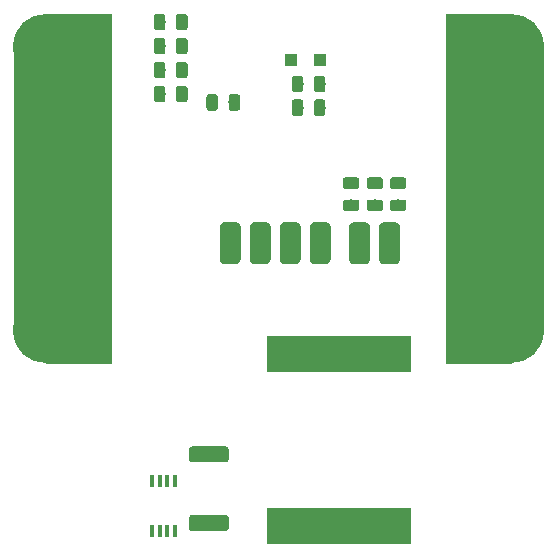
<source format=gbr>
G04 #@! TF.GenerationSoftware,KiCad,Pcbnew,(5.1.4)-1*
G04 #@! TF.CreationDate,2020-06-09T22:28:14-07:00*
G04 #@! TF.ProjectId,SkateLightMainBoard,536b6174-654c-4696-9768-744d61696e42,rev?*
G04 #@! TF.SameCoordinates,Original*
G04 #@! TF.FileFunction,Paste,Bot*
G04 #@! TF.FilePolarity,Positive*
%FSLAX46Y46*%
G04 Gerber Fmt 4.6, Leading zero omitted, Abs format (unit mm)*
G04 Created by KiCad (PCBNEW (5.1.4)-1) date 2020-06-09 22:28:14*
%MOMM*%
%LPD*%
G04 APERTURE LIST*
%ADD10C,5.588000*%
%ADD11R,5.588000X29.591000*%
%ADD12R,2.794000X24.003000*%
%ADD13R,12.192000X3.022600*%
%ADD14R,0.400000X1.100000*%
%ADD15C,0.100000*%
%ADD16C,1.350000*%
%ADD17C,0.975000*%
%ADD18R,1.000000X1.000000*%
%ADD19C,1.778000*%
G04 APERTURE END LIST*
D10*
X19685000Y10160000D03*
X19685000Y-13843000D03*
D11*
X16954500Y-1841500D03*
D12*
X21082000Y-1841500D03*
D10*
X-19685000Y-13843000D03*
X-19685000Y10160000D03*
D11*
X-16954500Y-1841500D03*
D12*
X-21082000Y-1841500D03*
D13*
X5080000Y-30391100D03*
X5080000Y-15836900D03*
D14*
X-10731140Y-30849460D03*
X-10081140Y-30849460D03*
X-9431140Y-30849460D03*
X-8781140Y-30849460D03*
X-8781140Y-26549460D03*
X-9431140Y-26549460D03*
X-10081140Y-26549460D03*
X-10731140Y-26549460D03*
D15*
G36*
X-4476315Y-29468384D02*
G01*
X-4452047Y-29471984D01*
X-4428248Y-29477945D01*
X-4405149Y-29486210D01*
X-4382970Y-29496700D01*
X-4361927Y-29509312D01*
X-4342221Y-29523927D01*
X-4324043Y-29540403D01*
X-4307567Y-29558581D01*
X-4292952Y-29578287D01*
X-4280340Y-29599330D01*
X-4269850Y-29621509D01*
X-4261585Y-29644608D01*
X-4255624Y-29668407D01*
X-4252024Y-29692675D01*
X-4250820Y-29717179D01*
X-4250820Y-30567181D01*
X-4252024Y-30591685D01*
X-4255624Y-30615953D01*
X-4261585Y-30639752D01*
X-4269850Y-30662851D01*
X-4280340Y-30685030D01*
X-4292952Y-30706073D01*
X-4307567Y-30725779D01*
X-4324043Y-30743957D01*
X-4342221Y-30760433D01*
X-4361927Y-30775048D01*
X-4382970Y-30787660D01*
X-4405149Y-30798150D01*
X-4428248Y-30806415D01*
X-4452047Y-30812376D01*
X-4476315Y-30815976D01*
X-4500819Y-30817180D01*
X-7350821Y-30817180D01*
X-7375325Y-30815976D01*
X-7399593Y-30812376D01*
X-7423392Y-30806415D01*
X-7446491Y-30798150D01*
X-7468670Y-30787660D01*
X-7489713Y-30775048D01*
X-7509419Y-30760433D01*
X-7527597Y-30743957D01*
X-7544073Y-30725779D01*
X-7558688Y-30706073D01*
X-7571300Y-30685030D01*
X-7581790Y-30662851D01*
X-7590055Y-30639752D01*
X-7596016Y-30615953D01*
X-7599616Y-30591685D01*
X-7600820Y-30567181D01*
X-7600820Y-29717179D01*
X-7599616Y-29692675D01*
X-7596016Y-29668407D01*
X-7590055Y-29644608D01*
X-7581790Y-29621509D01*
X-7571300Y-29599330D01*
X-7558688Y-29578287D01*
X-7544073Y-29558581D01*
X-7527597Y-29540403D01*
X-7509419Y-29523927D01*
X-7489713Y-29509312D01*
X-7468670Y-29496700D01*
X-7446491Y-29486210D01*
X-7423392Y-29477945D01*
X-7399593Y-29471984D01*
X-7375325Y-29468384D01*
X-7350821Y-29467180D01*
X-4500819Y-29467180D01*
X-4476315Y-29468384D01*
X-4476315Y-29468384D01*
G37*
D16*
X-5925820Y-30142180D03*
D15*
G36*
X-4476315Y-23668384D02*
G01*
X-4452047Y-23671984D01*
X-4428248Y-23677945D01*
X-4405149Y-23686210D01*
X-4382970Y-23696700D01*
X-4361927Y-23709312D01*
X-4342221Y-23723927D01*
X-4324043Y-23740403D01*
X-4307567Y-23758581D01*
X-4292952Y-23778287D01*
X-4280340Y-23799330D01*
X-4269850Y-23821509D01*
X-4261585Y-23844608D01*
X-4255624Y-23868407D01*
X-4252024Y-23892675D01*
X-4250820Y-23917179D01*
X-4250820Y-24767181D01*
X-4252024Y-24791685D01*
X-4255624Y-24815953D01*
X-4261585Y-24839752D01*
X-4269850Y-24862851D01*
X-4280340Y-24885030D01*
X-4292952Y-24906073D01*
X-4307567Y-24925779D01*
X-4324043Y-24943957D01*
X-4342221Y-24960433D01*
X-4361927Y-24975048D01*
X-4382970Y-24987660D01*
X-4405149Y-24998150D01*
X-4428248Y-25006415D01*
X-4452047Y-25012376D01*
X-4476315Y-25015976D01*
X-4500819Y-25017180D01*
X-7350821Y-25017180D01*
X-7375325Y-25015976D01*
X-7399593Y-25012376D01*
X-7423392Y-25006415D01*
X-7446491Y-24998150D01*
X-7468670Y-24987660D01*
X-7489713Y-24975048D01*
X-7509419Y-24960433D01*
X-7527597Y-24943957D01*
X-7544073Y-24925779D01*
X-7558688Y-24906073D01*
X-7571300Y-24885030D01*
X-7581790Y-24862851D01*
X-7590055Y-24839752D01*
X-7596016Y-24815953D01*
X-7599616Y-24791685D01*
X-7600820Y-24767181D01*
X-7600820Y-23917179D01*
X-7599616Y-23892675D01*
X-7596016Y-23868407D01*
X-7590055Y-23844608D01*
X-7581790Y-23821509D01*
X-7571300Y-23799330D01*
X-7558688Y-23778287D01*
X-7544073Y-23758581D01*
X-7527597Y-23740403D01*
X-7509419Y-23723927D01*
X-7489713Y-23709312D01*
X-7468670Y-23696700D01*
X-7446491Y-23686210D01*
X-7423392Y-23677945D01*
X-7399593Y-23671984D01*
X-7375325Y-23668384D01*
X-7350821Y-23667180D01*
X-4500819Y-23667180D01*
X-4476315Y-23668384D01*
X-4476315Y-23668384D01*
G37*
D16*
X-5925820Y-24342180D03*
D15*
G36*
X-9813858Y8890326D02*
G01*
X-9790197Y8886816D01*
X-9766993Y8881004D01*
X-9744471Y8872946D01*
X-9722847Y8862718D01*
X-9702330Y8850421D01*
X-9683117Y8836171D01*
X-9665393Y8820107D01*
X-9649329Y8802383D01*
X-9635079Y8783170D01*
X-9622782Y8762653D01*
X-9612554Y8741029D01*
X-9604496Y8718507D01*
X-9598684Y8695303D01*
X-9595174Y8671642D01*
X-9594000Y8647750D01*
X-9594000Y7735250D01*
X-9595174Y7711358D01*
X-9598684Y7687697D01*
X-9604496Y7664493D01*
X-9612554Y7641971D01*
X-9622782Y7620347D01*
X-9635079Y7599830D01*
X-9649329Y7580617D01*
X-9665393Y7562893D01*
X-9683117Y7546829D01*
X-9702330Y7532579D01*
X-9722847Y7520282D01*
X-9744471Y7510054D01*
X-9766993Y7501996D01*
X-9790197Y7496184D01*
X-9813858Y7492674D01*
X-9837750Y7491500D01*
X-10325250Y7491500D01*
X-10349142Y7492674D01*
X-10372803Y7496184D01*
X-10396007Y7501996D01*
X-10418529Y7510054D01*
X-10440153Y7520282D01*
X-10460670Y7532579D01*
X-10479883Y7546829D01*
X-10497607Y7562893D01*
X-10513671Y7580617D01*
X-10527921Y7599830D01*
X-10540218Y7620347D01*
X-10550446Y7641971D01*
X-10558504Y7664493D01*
X-10564316Y7687697D01*
X-10567826Y7711358D01*
X-10569000Y7735250D01*
X-10569000Y8647750D01*
X-10567826Y8671642D01*
X-10564316Y8695303D01*
X-10558504Y8718507D01*
X-10550446Y8741029D01*
X-10540218Y8762653D01*
X-10527921Y8783170D01*
X-10513671Y8802383D01*
X-10497607Y8820107D01*
X-10479883Y8836171D01*
X-10460670Y8850421D01*
X-10440153Y8862718D01*
X-10418529Y8872946D01*
X-10396007Y8881004D01*
X-10372803Y8886816D01*
X-10349142Y8890326D01*
X-10325250Y8891500D01*
X-9837750Y8891500D01*
X-9813858Y8890326D01*
X-9813858Y8890326D01*
G37*
D17*
X-10081500Y8191500D03*
D15*
G36*
X-7938858Y8890326D02*
G01*
X-7915197Y8886816D01*
X-7891993Y8881004D01*
X-7869471Y8872946D01*
X-7847847Y8862718D01*
X-7827330Y8850421D01*
X-7808117Y8836171D01*
X-7790393Y8820107D01*
X-7774329Y8802383D01*
X-7760079Y8783170D01*
X-7747782Y8762653D01*
X-7737554Y8741029D01*
X-7729496Y8718507D01*
X-7723684Y8695303D01*
X-7720174Y8671642D01*
X-7719000Y8647750D01*
X-7719000Y7735250D01*
X-7720174Y7711358D01*
X-7723684Y7687697D01*
X-7729496Y7664493D01*
X-7737554Y7641971D01*
X-7747782Y7620347D01*
X-7760079Y7599830D01*
X-7774329Y7580617D01*
X-7790393Y7562893D01*
X-7808117Y7546829D01*
X-7827330Y7532579D01*
X-7847847Y7520282D01*
X-7869471Y7510054D01*
X-7891993Y7501996D01*
X-7915197Y7496184D01*
X-7938858Y7492674D01*
X-7962750Y7491500D01*
X-8450250Y7491500D01*
X-8474142Y7492674D01*
X-8497803Y7496184D01*
X-8521007Y7501996D01*
X-8543529Y7510054D01*
X-8565153Y7520282D01*
X-8585670Y7532579D01*
X-8604883Y7546829D01*
X-8622607Y7562893D01*
X-8638671Y7580617D01*
X-8652921Y7599830D01*
X-8665218Y7620347D01*
X-8675446Y7641971D01*
X-8683504Y7664493D01*
X-8689316Y7687697D01*
X-8692826Y7711358D01*
X-8694000Y7735250D01*
X-8694000Y8647750D01*
X-8692826Y8671642D01*
X-8689316Y8695303D01*
X-8683504Y8718507D01*
X-8675446Y8741029D01*
X-8665218Y8762653D01*
X-8652921Y8783170D01*
X-8638671Y8802383D01*
X-8622607Y8820107D01*
X-8604883Y8836171D01*
X-8585670Y8850421D01*
X-8565153Y8862718D01*
X-8543529Y8872946D01*
X-8521007Y8881004D01*
X-8497803Y8886816D01*
X-8474142Y8890326D01*
X-8450250Y8891500D01*
X-7962750Y8891500D01*
X-7938858Y8890326D01*
X-7938858Y8890326D01*
G37*
D17*
X-8206500Y8191500D03*
D15*
G36*
X-5368858Y6159826D02*
G01*
X-5345197Y6156316D01*
X-5321993Y6150504D01*
X-5299471Y6142446D01*
X-5277847Y6132218D01*
X-5257330Y6119921D01*
X-5238117Y6105671D01*
X-5220393Y6089607D01*
X-5204329Y6071883D01*
X-5190079Y6052670D01*
X-5177782Y6032153D01*
X-5167554Y6010529D01*
X-5159496Y5988007D01*
X-5153684Y5964803D01*
X-5150174Y5941142D01*
X-5149000Y5917250D01*
X-5149000Y5004750D01*
X-5150174Y4980858D01*
X-5153684Y4957197D01*
X-5159496Y4933993D01*
X-5167554Y4911471D01*
X-5177782Y4889847D01*
X-5190079Y4869330D01*
X-5204329Y4850117D01*
X-5220393Y4832393D01*
X-5238117Y4816329D01*
X-5257330Y4802079D01*
X-5277847Y4789782D01*
X-5299471Y4779554D01*
X-5321993Y4771496D01*
X-5345197Y4765684D01*
X-5368858Y4762174D01*
X-5392750Y4761000D01*
X-5880250Y4761000D01*
X-5904142Y4762174D01*
X-5927803Y4765684D01*
X-5951007Y4771496D01*
X-5973529Y4779554D01*
X-5995153Y4789782D01*
X-6015670Y4802079D01*
X-6034883Y4816329D01*
X-6052607Y4832393D01*
X-6068671Y4850117D01*
X-6082921Y4869330D01*
X-6095218Y4889847D01*
X-6105446Y4911471D01*
X-6113504Y4933993D01*
X-6119316Y4957197D01*
X-6122826Y4980858D01*
X-6124000Y5004750D01*
X-6124000Y5917250D01*
X-6122826Y5941142D01*
X-6119316Y5964803D01*
X-6113504Y5988007D01*
X-6105446Y6010529D01*
X-6095218Y6032153D01*
X-6082921Y6052670D01*
X-6068671Y6071883D01*
X-6052607Y6089607D01*
X-6034883Y6105671D01*
X-6015670Y6119921D01*
X-5995153Y6132218D01*
X-5973529Y6142446D01*
X-5951007Y6150504D01*
X-5927803Y6156316D01*
X-5904142Y6159826D01*
X-5880250Y6161000D01*
X-5392750Y6161000D01*
X-5368858Y6159826D01*
X-5368858Y6159826D01*
G37*
D17*
X-5636500Y5461000D03*
D15*
G36*
X-3493858Y6159826D02*
G01*
X-3470197Y6156316D01*
X-3446993Y6150504D01*
X-3424471Y6142446D01*
X-3402847Y6132218D01*
X-3382330Y6119921D01*
X-3363117Y6105671D01*
X-3345393Y6089607D01*
X-3329329Y6071883D01*
X-3315079Y6052670D01*
X-3302782Y6032153D01*
X-3292554Y6010529D01*
X-3284496Y5988007D01*
X-3278684Y5964803D01*
X-3275174Y5941142D01*
X-3274000Y5917250D01*
X-3274000Y5004750D01*
X-3275174Y4980858D01*
X-3278684Y4957197D01*
X-3284496Y4933993D01*
X-3292554Y4911471D01*
X-3302782Y4889847D01*
X-3315079Y4869330D01*
X-3329329Y4850117D01*
X-3345393Y4832393D01*
X-3363117Y4816329D01*
X-3382330Y4802079D01*
X-3402847Y4789782D01*
X-3424471Y4779554D01*
X-3446993Y4771496D01*
X-3470197Y4765684D01*
X-3493858Y4762174D01*
X-3517750Y4761000D01*
X-4005250Y4761000D01*
X-4029142Y4762174D01*
X-4052803Y4765684D01*
X-4076007Y4771496D01*
X-4098529Y4779554D01*
X-4120153Y4789782D01*
X-4140670Y4802079D01*
X-4159883Y4816329D01*
X-4177607Y4832393D01*
X-4193671Y4850117D01*
X-4207921Y4869330D01*
X-4220218Y4889847D01*
X-4230446Y4911471D01*
X-4238504Y4933993D01*
X-4244316Y4957197D01*
X-4247826Y4980858D01*
X-4249000Y5004750D01*
X-4249000Y5917250D01*
X-4247826Y5941142D01*
X-4244316Y5964803D01*
X-4238504Y5988007D01*
X-4230446Y6010529D01*
X-4220218Y6032153D01*
X-4207921Y6052670D01*
X-4193671Y6071883D01*
X-4177607Y6089607D01*
X-4159883Y6105671D01*
X-4140670Y6119921D01*
X-4120153Y6132218D01*
X-4098529Y6142446D01*
X-4076007Y6150504D01*
X-4052803Y6156316D01*
X-4029142Y6159826D01*
X-4005250Y6161000D01*
X-3517750Y6161000D01*
X-3493858Y6159826D01*
X-3493858Y6159826D01*
G37*
D17*
X-3761500Y5461000D03*
D15*
G36*
X-9813858Y6858326D02*
G01*
X-9790197Y6854816D01*
X-9766993Y6849004D01*
X-9744471Y6840946D01*
X-9722847Y6830718D01*
X-9702330Y6818421D01*
X-9683117Y6804171D01*
X-9665393Y6788107D01*
X-9649329Y6770383D01*
X-9635079Y6751170D01*
X-9622782Y6730653D01*
X-9612554Y6709029D01*
X-9604496Y6686507D01*
X-9598684Y6663303D01*
X-9595174Y6639642D01*
X-9594000Y6615750D01*
X-9594000Y5703250D01*
X-9595174Y5679358D01*
X-9598684Y5655697D01*
X-9604496Y5632493D01*
X-9612554Y5609971D01*
X-9622782Y5588347D01*
X-9635079Y5567830D01*
X-9649329Y5548617D01*
X-9665393Y5530893D01*
X-9683117Y5514829D01*
X-9702330Y5500579D01*
X-9722847Y5488282D01*
X-9744471Y5478054D01*
X-9766993Y5469996D01*
X-9790197Y5464184D01*
X-9813858Y5460674D01*
X-9837750Y5459500D01*
X-10325250Y5459500D01*
X-10349142Y5460674D01*
X-10372803Y5464184D01*
X-10396007Y5469996D01*
X-10418529Y5478054D01*
X-10440153Y5488282D01*
X-10460670Y5500579D01*
X-10479883Y5514829D01*
X-10497607Y5530893D01*
X-10513671Y5548617D01*
X-10527921Y5567830D01*
X-10540218Y5588347D01*
X-10550446Y5609971D01*
X-10558504Y5632493D01*
X-10564316Y5655697D01*
X-10567826Y5679358D01*
X-10569000Y5703250D01*
X-10569000Y6615750D01*
X-10567826Y6639642D01*
X-10564316Y6663303D01*
X-10558504Y6686507D01*
X-10550446Y6709029D01*
X-10540218Y6730653D01*
X-10527921Y6751170D01*
X-10513671Y6770383D01*
X-10497607Y6788107D01*
X-10479883Y6804171D01*
X-10460670Y6818421D01*
X-10440153Y6830718D01*
X-10418529Y6840946D01*
X-10396007Y6849004D01*
X-10372803Y6854816D01*
X-10349142Y6858326D01*
X-10325250Y6859500D01*
X-9837750Y6859500D01*
X-9813858Y6858326D01*
X-9813858Y6858326D01*
G37*
D17*
X-10081500Y6159500D03*
D15*
G36*
X-7938858Y6858326D02*
G01*
X-7915197Y6854816D01*
X-7891993Y6849004D01*
X-7869471Y6840946D01*
X-7847847Y6830718D01*
X-7827330Y6818421D01*
X-7808117Y6804171D01*
X-7790393Y6788107D01*
X-7774329Y6770383D01*
X-7760079Y6751170D01*
X-7747782Y6730653D01*
X-7737554Y6709029D01*
X-7729496Y6686507D01*
X-7723684Y6663303D01*
X-7720174Y6639642D01*
X-7719000Y6615750D01*
X-7719000Y5703250D01*
X-7720174Y5679358D01*
X-7723684Y5655697D01*
X-7729496Y5632493D01*
X-7737554Y5609971D01*
X-7747782Y5588347D01*
X-7760079Y5567830D01*
X-7774329Y5548617D01*
X-7790393Y5530893D01*
X-7808117Y5514829D01*
X-7827330Y5500579D01*
X-7847847Y5488282D01*
X-7869471Y5478054D01*
X-7891993Y5469996D01*
X-7915197Y5464184D01*
X-7938858Y5460674D01*
X-7962750Y5459500D01*
X-8450250Y5459500D01*
X-8474142Y5460674D01*
X-8497803Y5464184D01*
X-8521007Y5469996D01*
X-8543529Y5478054D01*
X-8565153Y5488282D01*
X-8585670Y5500579D01*
X-8604883Y5514829D01*
X-8622607Y5530893D01*
X-8638671Y5548617D01*
X-8652921Y5567830D01*
X-8665218Y5588347D01*
X-8675446Y5609971D01*
X-8683504Y5632493D01*
X-8689316Y5655697D01*
X-8692826Y5679358D01*
X-8694000Y5703250D01*
X-8694000Y6615750D01*
X-8692826Y6639642D01*
X-8689316Y6663303D01*
X-8683504Y6686507D01*
X-8675446Y6709029D01*
X-8665218Y6730653D01*
X-8652921Y6751170D01*
X-8638671Y6770383D01*
X-8622607Y6788107D01*
X-8604883Y6804171D01*
X-8585670Y6818421D01*
X-8565153Y6830718D01*
X-8543529Y6840946D01*
X-8521007Y6849004D01*
X-8497803Y6854816D01*
X-8474142Y6858326D01*
X-8450250Y6859500D01*
X-7962750Y6859500D01*
X-7938858Y6858326D01*
X-7938858Y6858326D01*
G37*
D17*
X-8206500Y6159500D03*
D15*
G36*
X-9813858Y10922326D02*
G01*
X-9790197Y10918816D01*
X-9766993Y10913004D01*
X-9744471Y10904946D01*
X-9722847Y10894718D01*
X-9702330Y10882421D01*
X-9683117Y10868171D01*
X-9665393Y10852107D01*
X-9649329Y10834383D01*
X-9635079Y10815170D01*
X-9622782Y10794653D01*
X-9612554Y10773029D01*
X-9604496Y10750507D01*
X-9598684Y10727303D01*
X-9595174Y10703642D01*
X-9594000Y10679750D01*
X-9594000Y9767250D01*
X-9595174Y9743358D01*
X-9598684Y9719697D01*
X-9604496Y9696493D01*
X-9612554Y9673971D01*
X-9622782Y9652347D01*
X-9635079Y9631830D01*
X-9649329Y9612617D01*
X-9665393Y9594893D01*
X-9683117Y9578829D01*
X-9702330Y9564579D01*
X-9722847Y9552282D01*
X-9744471Y9542054D01*
X-9766993Y9533996D01*
X-9790197Y9528184D01*
X-9813858Y9524674D01*
X-9837750Y9523500D01*
X-10325250Y9523500D01*
X-10349142Y9524674D01*
X-10372803Y9528184D01*
X-10396007Y9533996D01*
X-10418529Y9542054D01*
X-10440153Y9552282D01*
X-10460670Y9564579D01*
X-10479883Y9578829D01*
X-10497607Y9594893D01*
X-10513671Y9612617D01*
X-10527921Y9631830D01*
X-10540218Y9652347D01*
X-10550446Y9673971D01*
X-10558504Y9696493D01*
X-10564316Y9719697D01*
X-10567826Y9743358D01*
X-10569000Y9767250D01*
X-10569000Y10679750D01*
X-10567826Y10703642D01*
X-10564316Y10727303D01*
X-10558504Y10750507D01*
X-10550446Y10773029D01*
X-10540218Y10794653D01*
X-10527921Y10815170D01*
X-10513671Y10834383D01*
X-10497607Y10852107D01*
X-10479883Y10868171D01*
X-10460670Y10882421D01*
X-10440153Y10894718D01*
X-10418529Y10904946D01*
X-10396007Y10913004D01*
X-10372803Y10918816D01*
X-10349142Y10922326D01*
X-10325250Y10923500D01*
X-9837750Y10923500D01*
X-9813858Y10922326D01*
X-9813858Y10922326D01*
G37*
D17*
X-10081500Y10223500D03*
D15*
G36*
X-7938858Y10922326D02*
G01*
X-7915197Y10918816D01*
X-7891993Y10913004D01*
X-7869471Y10904946D01*
X-7847847Y10894718D01*
X-7827330Y10882421D01*
X-7808117Y10868171D01*
X-7790393Y10852107D01*
X-7774329Y10834383D01*
X-7760079Y10815170D01*
X-7747782Y10794653D01*
X-7737554Y10773029D01*
X-7729496Y10750507D01*
X-7723684Y10727303D01*
X-7720174Y10703642D01*
X-7719000Y10679750D01*
X-7719000Y9767250D01*
X-7720174Y9743358D01*
X-7723684Y9719697D01*
X-7729496Y9696493D01*
X-7737554Y9673971D01*
X-7747782Y9652347D01*
X-7760079Y9631830D01*
X-7774329Y9612617D01*
X-7790393Y9594893D01*
X-7808117Y9578829D01*
X-7827330Y9564579D01*
X-7847847Y9552282D01*
X-7869471Y9542054D01*
X-7891993Y9533996D01*
X-7915197Y9528184D01*
X-7938858Y9524674D01*
X-7962750Y9523500D01*
X-8450250Y9523500D01*
X-8474142Y9524674D01*
X-8497803Y9528184D01*
X-8521007Y9533996D01*
X-8543529Y9542054D01*
X-8565153Y9552282D01*
X-8585670Y9564579D01*
X-8604883Y9578829D01*
X-8622607Y9594893D01*
X-8638671Y9612617D01*
X-8652921Y9631830D01*
X-8665218Y9652347D01*
X-8675446Y9673971D01*
X-8683504Y9696493D01*
X-8689316Y9719697D01*
X-8692826Y9743358D01*
X-8694000Y9767250D01*
X-8694000Y10679750D01*
X-8692826Y10703642D01*
X-8689316Y10727303D01*
X-8683504Y10750507D01*
X-8675446Y10773029D01*
X-8665218Y10794653D01*
X-8652921Y10815170D01*
X-8638671Y10834383D01*
X-8622607Y10852107D01*
X-8604883Y10868171D01*
X-8585670Y10882421D01*
X-8565153Y10894718D01*
X-8543529Y10904946D01*
X-8521007Y10913004D01*
X-8497803Y10918816D01*
X-8474142Y10922326D01*
X-8450250Y10923500D01*
X-7962750Y10923500D01*
X-7938858Y10922326D01*
X-7938858Y10922326D01*
G37*
D17*
X-8206500Y10223500D03*
D15*
G36*
X10589342Y-885274D02*
G01*
X10613003Y-888784D01*
X10636207Y-894596D01*
X10658729Y-902654D01*
X10680353Y-912882D01*
X10700870Y-925179D01*
X10720083Y-939429D01*
X10737807Y-955493D01*
X10753871Y-973217D01*
X10768121Y-992430D01*
X10780418Y-1012947D01*
X10790646Y-1034571D01*
X10798704Y-1057093D01*
X10804516Y-1080297D01*
X10808026Y-1103958D01*
X10809200Y-1127850D01*
X10809200Y-1615350D01*
X10808026Y-1639242D01*
X10804516Y-1662903D01*
X10798704Y-1686107D01*
X10790646Y-1708629D01*
X10780418Y-1730253D01*
X10768121Y-1750770D01*
X10753871Y-1769983D01*
X10737807Y-1787707D01*
X10720083Y-1803771D01*
X10700870Y-1818021D01*
X10680353Y-1830318D01*
X10658729Y-1840546D01*
X10636207Y-1848604D01*
X10613003Y-1854416D01*
X10589342Y-1857926D01*
X10565450Y-1859100D01*
X9652950Y-1859100D01*
X9629058Y-1857926D01*
X9605397Y-1854416D01*
X9582193Y-1848604D01*
X9559671Y-1840546D01*
X9538047Y-1830318D01*
X9517530Y-1818021D01*
X9498317Y-1803771D01*
X9480593Y-1787707D01*
X9464529Y-1769983D01*
X9450279Y-1750770D01*
X9437982Y-1730253D01*
X9427754Y-1708629D01*
X9419696Y-1686107D01*
X9413884Y-1662903D01*
X9410374Y-1639242D01*
X9409200Y-1615350D01*
X9409200Y-1127850D01*
X9410374Y-1103958D01*
X9413884Y-1080297D01*
X9419696Y-1057093D01*
X9427754Y-1034571D01*
X9437982Y-1012947D01*
X9450279Y-992430D01*
X9464529Y-973217D01*
X9480593Y-955493D01*
X9498317Y-939429D01*
X9517530Y-925179D01*
X9538047Y-912882D01*
X9559671Y-902654D01*
X9582193Y-894596D01*
X9605397Y-888784D01*
X9629058Y-885274D01*
X9652950Y-884100D01*
X10565450Y-884100D01*
X10589342Y-885274D01*
X10589342Y-885274D01*
G37*
D17*
X10109200Y-1371600D03*
D15*
G36*
X10589342Y-2760274D02*
G01*
X10613003Y-2763784D01*
X10636207Y-2769596D01*
X10658729Y-2777654D01*
X10680353Y-2787882D01*
X10700870Y-2800179D01*
X10720083Y-2814429D01*
X10737807Y-2830493D01*
X10753871Y-2848217D01*
X10768121Y-2867430D01*
X10780418Y-2887947D01*
X10790646Y-2909571D01*
X10798704Y-2932093D01*
X10804516Y-2955297D01*
X10808026Y-2978958D01*
X10809200Y-3002850D01*
X10809200Y-3490350D01*
X10808026Y-3514242D01*
X10804516Y-3537903D01*
X10798704Y-3561107D01*
X10790646Y-3583629D01*
X10780418Y-3605253D01*
X10768121Y-3625770D01*
X10753871Y-3644983D01*
X10737807Y-3662707D01*
X10720083Y-3678771D01*
X10700870Y-3693021D01*
X10680353Y-3705318D01*
X10658729Y-3715546D01*
X10636207Y-3723604D01*
X10613003Y-3729416D01*
X10589342Y-3732926D01*
X10565450Y-3734100D01*
X9652950Y-3734100D01*
X9629058Y-3732926D01*
X9605397Y-3729416D01*
X9582193Y-3723604D01*
X9559671Y-3715546D01*
X9538047Y-3705318D01*
X9517530Y-3693021D01*
X9498317Y-3678771D01*
X9480593Y-3662707D01*
X9464529Y-3644983D01*
X9450279Y-3625770D01*
X9437982Y-3605253D01*
X9427754Y-3583629D01*
X9419696Y-3561107D01*
X9413884Y-3537903D01*
X9410374Y-3514242D01*
X9409200Y-3490350D01*
X9409200Y-3002850D01*
X9410374Y-2978958D01*
X9413884Y-2955297D01*
X9419696Y-2932093D01*
X9427754Y-2909571D01*
X9437982Y-2887947D01*
X9450279Y-2867430D01*
X9464529Y-2848217D01*
X9480593Y-2830493D01*
X9498317Y-2814429D01*
X9517530Y-2800179D01*
X9538047Y-2787882D01*
X9559671Y-2777654D01*
X9582193Y-2769596D01*
X9605397Y-2763784D01*
X9629058Y-2760274D01*
X9652950Y-2759100D01*
X10565450Y-2759100D01*
X10589342Y-2760274D01*
X10589342Y-2760274D01*
G37*
D17*
X10109200Y-3246600D03*
D18*
X1023300Y9055100D03*
X3523300Y9055100D03*
D15*
G36*
X9860669Y-4675740D02*
G01*
X9903818Y-4682141D01*
X9946132Y-4692740D01*
X9987203Y-4707436D01*
X10026636Y-4726086D01*
X10064051Y-4748512D01*
X10099088Y-4774497D01*
X10131409Y-4803791D01*
X10160703Y-4836112D01*
X10186688Y-4871149D01*
X10209114Y-4908564D01*
X10227764Y-4947997D01*
X10242460Y-4989068D01*
X10253059Y-5031382D01*
X10259460Y-5074531D01*
X10261600Y-5118100D01*
X10261600Y-7785100D01*
X10259460Y-7828669D01*
X10253059Y-7871818D01*
X10242460Y-7914132D01*
X10227764Y-7955203D01*
X10209114Y-7994636D01*
X10186688Y-8032051D01*
X10160703Y-8067088D01*
X10131409Y-8099409D01*
X10099088Y-8128703D01*
X10064051Y-8154688D01*
X10026636Y-8177114D01*
X9987203Y-8195764D01*
X9946132Y-8210460D01*
X9903818Y-8221059D01*
X9860669Y-8227460D01*
X9817100Y-8229600D01*
X8928100Y-8229600D01*
X8884531Y-8227460D01*
X8841382Y-8221059D01*
X8799068Y-8210460D01*
X8757997Y-8195764D01*
X8718564Y-8177114D01*
X8681149Y-8154688D01*
X8646112Y-8128703D01*
X8613791Y-8099409D01*
X8584497Y-8067088D01*
X8558512Y-8032051D01*
X8536086Y-7994636D01*
X8517436Y-7955203D01*
X8502740Y-7914132D01*
X8492141Y-7871818D01*
X8485740Y-7828669D01*
X8483600Y-7785100D01*
X8483600Y-5118100D01*
X8485740Y-5074531D01*
X8492141Y-5031382D01*
X8502740Y-4989068D01*
X8517436Y-4947997D01*
X8536086Y-4908564D01*
X8558512Y-4871149D01*
X8584497Y-4836112D01*
X8613791Y-4803791D01*
X8646112Y-4774497D01*
X8681149Y-4748512D01*
X8718564Y-4726086D01*
X8757997Y-4707436D01*
X8799068Y-4692740D01*
X8841382Y-4682141D01*
X8884531Y-4675740D01*
X8928100Y-4673600D01*
X9817100Y-4673600D01*
X9860669Y-4675740D01*
X9860669Y-4675740D01*
G37*
D19*
X9372600Y-6451600D03*
D15*
G36*
X7320669Y-4675740D02*
G01*
X7363818Y-4682141D01*
X7406132Y-4692740D01*
X7447203Y-4707436D01*
X7486636Y-4726086D01*
X7524051Y-4748512D01*
X7559088Y-4774497D01*
X7591409Y-4803791D01*
X7620703Y-4836112D01*
X7646688Y-4871149D01*
X7669114Y-4908564D01*
X7687764Y-4947997D01*
X7702460Y-4989068D01*
X7713059Y-5031382D01*
X7719460Y-5074531D01*
X7721600Y-5118100D01*
X7721600Y-7785100D01*
X7719460Y-7828669D01*
X7713059Y-7871818D01*
X7702460Y-7914132D01*
X7687764Y-7955203D01*
X7669114Y-7994636D01*
X7646688Y-8032051D01*
X7620703Y-8067088D01*
X7591409Y-8099409D01*
X7559088Y-8128703D01*
X7524051Y-8154688D01*
X7486636Y-8177114D01*
X7447203Y-8195764D01*
X7406132Y-8210460D01*
X7363818Y-8221059D01*
X7320669Y-8227460D01*
X7277100Y-8229600D01*
X6388100Y-8229600D01*
X6344531Y-8227460D01*
X6301382Y-8221059D01*
X6259068Y-8210460D01*
X6217997Y-8195764D01*
X6178564Y-8177114D01*
X6141149Y-8154688D01*
X6106112Y-8128703D01*
X6073791Y-8099409D01*
X6044497Y-8067088D01*
X6018512Y-8032051D01*
X5996086Y-7994636D01*
X5977436Y-7955203D01*
X5962740Y-7914132D01*
X5952141Y-7871818D01*
X5945740Y-7828669D01*
X5943600Y-7785100D01*
X5943600Y-5118100D01*
X5945740Y-5074531D01*
X5952141Y-5031382D01*
X5962740Y-4989068D01*
X5977436Y-4947997D01*
X5996086Y-4908564D01*
X6018512Y-4871149D01*
X6044497Y-4836112D01*
X6073791Y-4803791D01*
X6106112Y-4774497D01*
X6141149Y-4748512D01*
X6178564Y-4726086D01*
X6217997Y-4707436D01*
X6259068Y-4692740D01*
X6301382Y-4682141D01*
X6344531Y-4675740D01*
X6388100Y-4673600D01*
X7277100Y-4673600D01*
X7320669Y-4675740D01*
X7320669Y-4675740D01*
G37*
D19*
X6832600Y-6451600D03*
D15*
G36*
X3732442Y7721926D02*
G01*
X3756103Y7718416D01*
X3779307Y7712604D01*
X3801829Y7704546D01*
X3823453Y7694318D01*
X3843970Y7682021D01*
X3863183Y7667771D01*
X3880907Y7651707D01*
X3896971Y7633983D01*
X3911221Y7614770D01*
X3923518Y7594253D01*
X3933746Y7572629D01*
X3941804Y7550107D01*
X3947616Y7526903D01*
X3951126Y7503242D01*
X3952300Y7479350D01*
X3952300Y6566850D01*
X3951126Y6542958D01*
X3947616Y6519297D01*
X3941804Y6496093D01*
X3933746Y6473571D01*
X3923518Y6451947D01*
X3911221Y6431430D01*
X3896971Y6412217D01*
X3880907Y6394493D01*
X3863183Y6378429D01*
X3843970Y6364179D01*
X3823453Y6351882D01*
X3801829Y6341654D01*
X3779307Y6333596D01*
X3756103Y6327784D01*
X3732442Y6324274D01*
X3708550Y6323100D01*
X3221050Y6323100D01*
X3197158Y6324274D01*
X3173497Y6327784D01*
X3150293Y6333596D01*
X3127771Y6341654D01*
X3106147Y6351882D01*
X3085630Y6364179D01*
X3066417Y6378429D01*
X3048693Y6394493D01*
X3032629Y6412217D01*
X3018379Y6431430D01*
X3006082Y6451947D01*
X2995854Y6473571D01*
X2987796Y6496093D01*
X2981984Y6519297D01*
X2978474Y6542958D01*
X2977300Y6566850D01*
X2977300Y7479350D01*
X2978474Y7503242D01*
X2981984Y7526903D01*
X2987796Y7550107D01*
X2995854Y7572629D01*
X3006082Y7594253D01*
X3018379Y7614770D01*
X3032629Y7633983D01*
X3048693Y7651707D01*
X3066417Y7667771D01*
X3085630Y7682021D01*
X3106147Y7694318D01*
X3127771Y7704546D01*
X3150293Y7712604D01*
X3173497Y7718416D01*
X3197158Y7721926D01*
X3221050Y7723100D01*
X3708550Y7723100D01*
X3732442Y7721926D01*
X3732442Y7721926D01*
G37*
D17*
X3464800Y7023100D03*
D15*
G36*
X1857442Y7721926D02*
G01*
X1881103Y7718416D01*
X1904307Y7712604D01*
X1926829Y7704546D01*
X1948453Y7694318D01*
X1968970Y7682021D01*
X1988183Y7667771D01*
X2005907Y7651707D01*
X2021971Y7633983D01*
X2036221Y7614770D01*
X2048518Y7594253D01*
X2058746Y7572629D01*
X2066804Y7550107D01*
X2072616Y7526903D01*
X2076126Y7503242D01*
X2077300Y7479350D01*
X2077300Y6566850D01*
X2076126Y6542958D01*
X2072616Y6519297D01*
X2066804Y6496093D01*
X2058746Y6473571D01*
X2048518Y6451947D01*
X2036221Y6431430D01*
X2021971Y6412217D01*
X2005907Y6394493D01*
X1988183Y6378429D01*
X1968970Y6364179D01*
X1948453Y6351882D01*
X1926829Y6341654D01*
X1904307Y6333596D01*
X1881103Y6327784D01*
X1857442Y6324274D01*
X1833550Y6323100D01*
X1346050Y6323100D01*
X1322158Y6324274D01*
X1298497Y6327784D01*
X1275293Y6333596D01*
X1252771Y6341654D01*
X1231147Y6351882D01*
X1210630Y6364179D01*
X1191417Y6378429D01*
X1173693Y6394493D01*
X1157629Y6412217D01*
X1143379Y6431430D01*
X1131082Y6451947D01*
X1120854Y6473571D01*
X1112796Y6496093D01*
X1106984Y6519297D01*
X1103474Y6542958D01*
X1102300Y6566850D01*
X1102300Y7479350D01*
X1103474Y7503242D01*
X1106984Y7526903D01*
X1112796Y7550107D01*
X1120854Y7572629D01*
X1131082Y7594253D01*
X1143379Y7614770D01*
X1157629Y7633983D01*
X1173693Y7651707D01*
X1191417Y7667771D01*
X1210630Y7682021D01*
X1231147Y7694318D01*
X1252771Y7704546D01*
X1275293Y7712604D01*
X1298497Y7718416D01*
X1322158Y7721926D01*
X1346050Y7723100D01*
X1833550Y7723100D01*
X1857442Y7721926D01*
X1857442Y7721926D01*
G37*
D17*
X1589800Y7023100D03*
D15*
G36*
X1857442Y5715326D02*
G01*
X1881103Y5711816D01*
X1904307Y5706004D01*
X1926829Y5697946D01*
X1948453Y5687718D01*
X1968970Y5675421D01*
X1988183Y5661171D01*
X2005907Y5645107D01*
X2021971Y5627383D01*
X2036221Y5608170D01*
X2048518Y5587653D01*
X2058746Y5566029D01*
X2066804Y5543507D01*
X2072616Y5520303D01*
X2076126Y5496642D01*
X2077300Y5472750D01*
X2077300Y4560250D01*
X2076126Y4536358D01*
X2072616Y4512697D01*
X2066804Y4489493D01*
X2058746Y4466971D01*
X2048518Y4445347D01*
X2036221Y4424830D01*
X2021971Y4405617D01*
X2005907Y4387893D01*
X1988183Y4371829D01*
X1968970Y4357579D01*
X1948453Y4345282D01*
X1926829Y4335054D01*
X1904307Y4326996D01*
X1881103Y4321184D01*
X1857442Y4317674D01*
X1833550Y4316500D01*
X1346050Y4316500D01*
X1322158Y4317674D01*
X1298497Y4321184D01*
X1275293Y4326996D01*
X1252771Y4335054D01*
X1231147Y4345282D01*
X1210630Y4357579D01*
X1191417Y4371829D01*
X1173693Y4387893D01*
X1157629Y4405617D01*
X1143379Y4424830D01*
X1131082Y4445347D01*
X1120854Y4466971D01*
X1112796Y4489493D01*
X1106984Y4512697D01*
X1103474Y4536358D01*
X1102300Y4560250D01*
X1102300Y5472750D01*
X1103474Y5496642D01*
X1106984Y5520303D01*
X1112796Y5543507D01*
X1120854Y5566029D01*
X1131082Y5587653D01*
X1143379Y5608170D01*
X1157629Y5627383D01*
X1173693Y5645107D01*
X1191417Y5661171D01*
X1210630Y5675421D01*
X1231147Y5687718D01*
X1252771Y5697946D01*
X1275293Y5706004D01*
X1298497Y5711816D01*
X1322158Y5715326D01*
X1346050Y5716500D01*
X1833550Y5716500D01*
X1857442Y5715326D01*
X1857442Y5715326D01*
G37*
D17*
X1589800Y5016500D03*
D15*
G36*
X3732442Y5715326D02*
G01*
X3756103Y5711816D01*
X3779307Y5706004D01*
X3801829Y5697946D01*
X3823453Y5687718D01*
X3843970Y5675421D01*
X3863183Y5661171D01*
X3880907Y5645107D01*
X3896971Y5627383D01*
X3911221Y5608170D01*
X3923518Y5587653D01*
X3933746Y5566029D01*
X3941804Y5543507D01*
X3947616Y5520303D01*
X3951126Y5496642D01*
X3952300Y5472750D01*
X3952300Y4560250D01*
X3951126Y4536358D01*
X3947616Y4512697D01*
X3941804Y4489493D01*
X3933746Y4466971D01*
X3923518Y4445347D01*
X3911221Y4424830D01*
X3896971Y4405617D01*
X3880907Y4387893D01*
X3863183Y4371829D01*
X3843970Y4357579D01*
X3823453Y4345282D01*
X3801829Y4335054D01*
X3779307Y4326996D01*
X3756103Y4321184D01*
X3732442Y4317674D01*
X3708550Y4316500D01*
X3221050Y4316500D01*
X3197158Y4317674D01*
X3173497Y4321184D01*
X3150293Y4326996D01*
X3127771Y4335054D01*
X3106147Y4345282D01*
X3085630Y4357579D01*
X3066417Y4371829D01*
X3048693Y4387893D01*
X3032629Y4405617D01*
X3018379Y4424830D01*
X3006082Y4445347D01*
X2995854Y4466971D01*
X2987796Y4489493D01*
X2981984Y4512697D01*
X2978474Y4536358D01*
X2977300Y4560250D01*
X2977300Y5472750D01*
X2978474Y5496642D01*
X2981984Y5520303D01*
X2987796Y5543507D01*
X2995854Y5566029D01*
X3006082Y5587653D01*
X3018379Y5608170D01*
X3032629Y5627383D01*
X3048693Y5645107D01*
X3066417Y5661171D01*
X3085630Y5675421D01*
X3106147Y5687718D01*
X3127771Y5697946D01*
X3150293Y5706004D01*
X3173497Y5711816D01*
X3197158Y5715326D01*
X3221050Y5716500D01*
X3708550Y5716500D01*
X3732442Y5715326D01*
X3732442Y5715326D01*
G37*
D17*
X3464800Y5016500D03*
D15*
G36*
X-7938858Y12954326D02*
G01*
X-7915197Y12950816D01*
X-7891993Y12945004D01*
X-7869471Y12936946D01*
X-7847847Y12926718D01*
X-7827330Y12914421D01*
X-7808117Y12900171D01*
X-7790393Y12884107D01*
X-7774329Y12866383D01*
X-7760079Y12847170D01*
X-7747782Y12826653D01*
X-7737554Y12805029D01*
X-7729496Y12782507D01*
X-7723684Y12759303D01*
X-7720174Y12735642D01*
X-7719000Y12711750D01*
X-7719000Y11799250D01*
X-7720174Y11775358D01*
X-7723684Y11751697D01*
X-7729496Y11728493D01*
X-7737554Y11705971D01*
X-7747782Y11684347D01*
X-7760079Y11663830D01*
X-7774329Y11644617D01*
X-7790393Y11626893D01*
X-7808117Y11610829D01*
X-7827330Y11596579D01*
X-7847847Y11584282D01*
X-7869471Y11574054D01*
X-7891993Y11565996D01*
X-7915197Y11560184D01*
X-7938858Y11556674D01*
X-7962750Y11555500D01*
X-8450250Y11555500D01*
X-8474142Y11556674D01*
X-8497803Y11560184D01*
X-8521007Y11565996D01*
X-8543529Y11574054D01*
X-8565153Y11584282D01*
X-8585670Y11596579D01*
X-8604883Y11610829D01*
X-8622607Y11626893D01*
X-8638671Y11644617D01*
X-8652921Y11663830D01*
X-8665218Y11684347D01*
X-8675446Y11705971D01*
X-8683504Y11728493D01*
X-8689316Y11751697D01*
X-8692826Y11775358D01*
X-8694000Y11799250D01*
X-8694000Y12711750D01*
X-8692826Y12735642D01*
X-8689316Y12759303D01*
X-8683504Y12782507D01*
X-8675446Y12805029D01*
X-8665218Y12826653D01*
X-8652921Y12847170D01*
X-8638671Y12866383D01*
X-8622607Y12884107D01*
X-8604883Y12900171D01*
X-8585670Y12914421D01*
X-8565153Y12926718D01*
X-8543529Y12936946D01*
X-8521007Y12945004D01*
X-8497803Y12950816D01*
X-8474142Y12954326D01*
X-8450250Y12955500D01*
X-7962750Y12955500D01*
X-7938858Y12954326D01*
X-7938858Y12954326D01*
G37*
D17*
X-8206500Y12255500D03*
D15*
G36*
X-9813858Y12954326D02*
G01*
X-9790197Y12950816D01*
X-9766993Y12945004D01*
X-9744471Y12936946D01*
X-9722847Y12926718D01*
X-9702330Y12914421D01*
X-9683117Y12900171D01*
X-9665393Y12884107D01*
X-9649329Y12866383D01*
X-9635079Y12847170D01*
X-9622782Y12826653D01*
X-9612554Y12805029D01*
X-9604496Y12782507D01*
X-9598684Y12759303D01*
X-9595174Y12735642D01*
X-9594000Y12711750D01*
X-9594000Y11799250D01*
X-9595174Y11775358D01*
X-9598684Y11751697D01*
X-9604496Y11728493D01*
X-9612554Y11705971D01*
X-9622782Y11684347D01*
X-9635079Y11663830D01*
X-9649329Y11644617D01*
X-9665393Y11626893D01*
X-9683117Y11610829D01*
X-9702330Y11596579D01*
X-9722847Y11584282D01*
X-9744471Y11574054D01*
X-9766993Y11565996D01*
X-9790197Y11560184D01*
X-9813858Y11556674D01*
X-9837750Y11555500D01*
X-10325250Y11555500D01*
X-10349142Y11556674D01*
X-10372803Y11560184D01*
X-10396007Y11565996D01*
X-10418529Y11574054D01*
X-10440153Y11584282D01*
X-10460670Y11596579D01*
X-10479883Y11610829D01*
X-10497607Y11626893D01*
X-10513671Y11644617D01*
X-10527921Y11663830D01*
X-10540218Y11684347D01*
X-10550446Y11705971D01*
X-10558504Y11728493D01*
X-10564316Y11751697D01*
X-10567826Y11775358D01*
X-10569000Y11799250D01*
X-10569000Y12711750D01*
X-10567826Y12735642D01*
X-10564316Y12759303D01*
X-10558504Y12782507D01*
X-10550446Y12805029D01*
X-10540218Y12826653D01*
X-10527921Y12847170D01*
X-10513671Y12866383D01*
X-10497607Y12884107D01*
X-10479883Y12900171D01*
X-10460670Y12914421D01*
X-10440153Y12926718D01*
X-10418529Y12936946D01*
X-10396007Y12945004D01*
X-10372803Y12950816D01*
X-10349142Y12954326D01*
X-10325250Y12955500D01*
X-9837750Y12955500D01*
X-9813858Y12954326D01*
X-9813858Y12954326D01*
G37*
D17*
X-10081500Y12255500D03*
D15*
G36*
X6601542Y-2762574D02*
G01*
X6625203Y-2766084D01*
X6648407Y-2771896D01*
X6670929Y-2779954D01*
X6692553Y-2790182D01*
X6713070Y-2802479D01*
X6732283Y-2816729D01*
X6750007Y-2832793D01*
X6766071Y-2850517D01*
X6780321Y-2869730D01*
X6792618Y-2890247D01*
X6802846Y-2911871D01*
X6810904Y-2934393D01*
X6816716Y-2957597D01*
X6820226Y-2981258D01*
X6821400Y-3005150D01*
X6821400Y-3492650D01*
X6820226Y-3516542D01*
X6816716Y-3540203D01*
X6810904Y-3563407D01*
X6802846Y-3585929D01*
X6792618Y-3607553D01*
X6780321Y-3628070D01*
X6766071Y-3647283D01*
X6750007Y-3665007D01*
X6732283Y-3681071D01*
X6713070Y-3695321D01*
X6692553Y-3707618D01*
X6670929Y-3717846D01*
X6648407Y-3725904D01*
X6625203Y-3731716D01*
X6601542Y-3735226D01*
X6577650Y-3736400D01*
X5665150Y-3736400D01*
X5641258Y-3735226D01*
X5617597Y-3731716D01*
X5594393Y-3725904D01*
X5571871Y-3717846D01*
X5550247Y-3707618D01*
X5529730Y-3695321D01*
X5510517Y-3681071D01*
X5492793Y-3665007D01*
X5476729Y-3647283D01*
X5462479Y-3628070D01*
X5450182Y-3607553D01*
X5439954Y-3585929D01*
X5431896Y-3563407D01*
X5426084Y-3540203D01*
X5422574Y-3516542D01*
X5421400Y-3492650D01*
X5421400Y-3005150D01*
X5422574Y-2981258D01*
X5426084Y-2957597D01*
X5431896Y-2934393D01*
X5439954Y-2911871D01*
X5450182Y-2890247D01*
X5462479Y-2869730D01*
X5476729Y-2850517D01*
X5492793Y-2832793D01*
X5510517Y-2816729D01*
X5529730Y-2802479D01*
X5550247Y-2790182D01*
X5571871Y-2779954D01*
X5594393Y-2771896D01*
X5617597Y-2766084D01*
X5641258Y-2762574D01*
X5665150Y-2761400D01*
X6577650Y-2761400D01*
X6601542Y-2762574D01*
X6601542Y-2762574D01*
G37*
D17*
X6121400Y-3248900D03*
D15*
G36*
X6601542Y-887574D02*
G01*
X6625203Y-891084D01*
X6648407Y-896896D01*
X6670929Y-904954D01*
X6692553Y-915182D01*
X6713070Y-927479D01*
X6732283Y-941729D01*
X6750007Y-957793D01*
X6766071Y-975517D01*
X6780321Y-994730D01*
X6792618Y-1015247D01*
X6802846Y-1036871D01*
X6810904Y-1059393D01*
X6816716Y-1082597D01*
X6820226Y-1106258D01*
X6821400Y-1130150D01*
X6821400Y-1617650D01*
X6820226Y-1641542D01*
X6816716Y-1665203D01*
X6810904Y-1688407D01*
X6802846Y-1710929D01*
X6792618Y-1732553D01*
X6780321Y-1753070D01*
X6766071Y-1772283D01*
X6750007Y-1790007D01*
X6732283Y-1806071D01*
X6713070Y-1820321D01*
X6692553Y-1832618D01*
X6670929Y-1842846D01*
X6648407Y-1850904D01*
X6625203Y-1856716D01*
X6601542Y-1860226D01*
X6577650Y-1861400D01*
X5665150Y-1861400D01*
X5641258Y-1860226D01*
X5617597Y-1856716D01*
X5594393Y-1850904D01*
X5571871Y-1842846D01*
X5550247Y-1832618D01*
X5529730Y-1820321D01*
X5510517Y-1806071D01*
X5492793Y-1790007D01*
X5476729Y-1772283D01*
X5462479Y-1753070D01*
X5450182Y-1732553D01*
X5439954Y-1710929D01*
X5431896Y-1688407D01*
X5426084Y-1665203D01*
X5422574Y-1641542D01*
X5421400Y-1617650D01*
X5421400Y-1130150D01*
X5422574Y-1106258D01*
X5426084Y-1082597D01*
X5431896Y-1059393D01*
X5439954Y-1036871D01*
X5450182Y-1015247D01*
X5462479Y-994730D01*
X5476729Y-975517D01*
X5492793Y-957793D01*
X5510517Y-941729D01*
X5529730Y-927479D01*
X5550247Y-915182D01*
X5571871Y-904954D01*
X5594393Y-896896D01*
X5617597Y-891084D01*
X5641258Y-887574D01*
X5665150Y-886400D01*
X6577650Y-886400D01*
X6601542Y-887574D01*
X6601542Y-887574D01*
G37*
D17*
X6121400Y-1373900D03*
D15*
G36*
X8608142Y-887574D02*
G01*
X8631803Y-891084D01*
X8655007Y-896896D01*
X8677529Y-904954D01*
X8699153Y-915182D01*
X8719670Y-927479D01*
X8738883Y-941729D01*
X8756607Y-957793D01*
X8772671Y-975517D01*
X8786921Y-994730D01*
X8799218Y-1015247D01*
X8809446Y-1036871D01*
X8817504Y-1059393D01*
X8823316Y-1082597D01*
X8826826Y-1106258D01*
X8828000Y-1130150D01*
X8828000Y-1617650D01*
X8826826Y-1641542D01*
X8823316Y-1665203D01*
X8817504Y-1688407D01*
X8809446Y-1710929D01*
X8799218Y-1732553D01*
X8786921Y-1753070D01*
X8772671Y-1772283D01*
X8756607Y-1790007D01*
X8738883Y-1806071D01*
X8719670Y-1820321D01*
X8699153Y-1832618D01*
X8677529Y-1842846D01*
X8655007Y-1850904D01*
X8631803Y-1856716D01*
X8608142Y-1860226D01*
X8584250Y-1861400D01*
X7671750Y-1861400D01*
X7647858Y-1860226D01*
X7624197Y-1856716D01*
X7600993Y-1850904D01*
X7578471Y-1842846D01*
X7556847Y-1832618D01*
X7536330Y-1820321D01*
X7517117Y-1806071D01*
X7499393Y-1790007D01*
X7483329Y-1772283D01*
X7469079Y-1753070D01*
X7456782Y-1732553D01*
X7446554Y-1710929D01*
X7438496Y-1688407D01*
X7432684Y-1665203D01*
X7429174Y-1641542D01*
X7428000Y-1617650D01*
X7428000Y-1130150D01*
X7429174Y-1106258D01*
X7432684Y-1082597D01*
X7438496Y-1059393D01*
X7446554Y-1036871D01*
X7456782Y-1015247D01*
X7469079Y-994730D01*
X7483329Y-975517D01*
X7499393Y-957793D01*
X7517117Y-941729D01*
X7536330Y-927479D01*
X7556847Y-915182D01*
X7578471Y-904954D01*
X7600993Y-896896D01*
X7624197Y-891084D01*
X7647858Y-887574D01*
X7671750Y-886400D01*
X8584250Y-886400D01*
X8608142Y-887574D01*
X8608142Y-887574D01*
G37*
D17*
X8128000Y-1373900D03*
D15*
G36*
X8608142Y-2762574D02*
G01*
X8631803Y-2766084D01*
X8655007Y-2771896D01*
X8677529Y-2779954D01*
X8699153Y-2790182D01*
X8719670Y-2802479D01*
X8738883Y-2816729D01*
X8756607Y-2832793D01*
X8772671Y-2850517D01*
X8786921Y-2869730D01*
X8799218Y-2890247D01*
X8809446Y-2911871D01*
X8817504Y-2934393D01*
X8823316Y-2957597D01*
X8826826Y-2981258D01*
X8828000Y-3005150D01*
X8828000Y-3492650D01*
X8826826Y-3516542D01*
X8823316Y-3540203D01*
X8817504Y-3563407D01*
X8809446Y-3585929D01*
X8799218Y-3607553D01*
X8786921Y-3628070D01*
X8772671Y-3647283D01*
X8756607Y-3665007D01*
X8738883Y-3681071D01*
X8719670Y-3695321D01*
X8699153Y-3707618D01*
X8677529Y-3717846D01*
X8655007Y-3725904D01*
X8631803Y-3731716D01*
X8608142Y-3735226D01*
X8584250Y-3736400D01*
X7671750Y-3736400D01*
X7647858Y-3735226D01*
X7624197Y-3731716D01*
X7600993Y-3725904D01*
X7578471Y-3717846D01*
X7556847Y-3707618D01*
X7536330Y-3695321D01*
X7517117Y-3681071D01*
X7499393Y-3665007D01*
X7483329Y-3647283D01*
X7469079Y-3628070D01*
X7456782Y-3607553D01*
X7446554Y-3585929D01*
X7438496Y-3563407D01*
X7432684Y-3540203D01*
X7429174Y-3516542D01*
X7428000Y-3492650D01*
X7428000Y-3005150D01*
X7429174Y-2981258D01*
X7432684Y-2957597D01*
X7438496Y-2934393D01*
X7446554Y-2911871D01*
X7456782Y-2890247D01*
X7469079Y-2869730D01*
X7483329Y-2850517D01*
X7499393Y-2832793D01*
X7517117Y-2816729D01*
X7536330Y-2802479D01*
X7556847Y-2790182D01*
X7578471Y-2779954D01*
X7600993Y-2771896D01*
X7624197Y-2766084D01*
X7647858Y-2762574D01*
X7671750Y-2761400D01*
X8584250Y-2761400D01*
X8608142Y-2762574D01*
X8608142Y-2762574D01*
G37*
D17*
X8128000Y-3248900D03*
D15*
G36*
X-1086731Y-4675740D02*
G01*
X-1043582Y-4682141D01*
X-1001268Y-4692740D01*
X-960197Y-4707436D01*
X-920764Y-4726086D01*
X-883349Y-4748512D01*
X-848312Y-4774497D01*
X-815991Y-4803791D01*
X-786697Y-4836112D01*
X-760712Y-4871149D01*
X-738286Y-4908564D01*
X-719636Y-4947997D01*
X-704940Y-4989068D01*
X-694341Y-5031382D01*
X-687940Y-5074531D01*
X-685800Y-5118100D01*
X-685800Y-7785100D01*
X-687940Y-7828669D01*
X-694341Y-7871818D01*
X-704940Y-7914132D01*
X-719636Y-7955203D01*
X-738286Y-7994636D01*
X-760712Y-8032051D01*
X-786697Y-8067088D01*
X-815991Y-8099409D01*
X-848312Y-8128703D01*
X-883349Y-8154688D01*
X-920764Y-8177114D01*
X-960197Y-8195764D01*
X-1001268Y-8210460D01*
X-1043582Y-8221059D01*
X-1086731Y-8227460D01*
X-1130300Y-8229600D01*
X-2019300Y-8229600D01*
X-2062869Y-8227460D01*
X-2106018Y-8221059D01*
X-2148332Y-8210460D01*
X-2189403Y-8195764D01*
X-2228836Y-8177114D01*
X-2266251Y-8154688D01*
X-2301288Y-8128703D01*
X-2333609Y-8099409D01*
X-2362903Y-8067088D01*
X-2388888Y-8032051D01*
X-2411314Y-7994636D01*
X-2429964Y-7955203D01*
X-2444660Y-7914132D01*
X-2455259Y-7871818D01*
X-2461660Y-7828669D01*
X-2463800Y-7785100D01*
X-2463800Y-5118100D01*
X-2461660Y-5074531D01*
X-2455259Y-5031382D01*
X-2444660Y-4989068D01*
X-2429964Y-4947997D01*
X-2411314Y-4908564D01*
X-2388888Y-4871149D01*
X-2362903Y-4836112D01*
X-2333609Y-4803791D01*
X-2301288Y-4774497D01*
X-2266251Y-4748512D01*
X-2228836Y-4726086D01*
X-2189403Y-4707436D01*
X-2148332Y-4692740D01*
X-2106018Y-4682141D01*
X-2062869Y-4675740D01*
X-2019300Y-4673600D01*
X-1130300Y-4673600D01*
X-1086731Y-4675740D01*
X-1086731Y-4675740D01*
G37*
D19*
X-1574800Y-6451600D03*
D15*
G36*
X-3626731Y-4675740D02*
G01*
X-3583582Y-4682141D01*
X-3541268Y-4692740D01*
X-3500197Y-4707436D01*
X-3460764Y-4726086D01*
X-3423349Y-4748512D01*
X-3388312Y-4774497D01*
X-3355991Y-4803791D01*
X-3326697Y-4836112D01*
X-3300712Y-4871149D01*
X-3278286Y-4908564D01*
X-3259636Y-4947997D01*
X-3244940Y-4989068D01*
X-3234341Y-5031382D01*
X-3227940Y-5074531D01*
X-3225800Y-5118100D01*
X-3225800Y-7785100D01*
X-3227940Y-7828669D01*
X-3234341Y-7871818D01*
X-3244940Y-7914132D01*
X-3259636Y-7955203D01*
X-3278286Y-7994636D01*
X-3300712Y-8032051D01*
X-3326697Y-8067088D01*
X-3355991Y-8099409D01*
X-3388312Y-8128703D01*
X-3423349Y-8154688D01*
X-3460764Y-8177114D01*
X-3500197Y-8195764D01*
X-3541268Y-8210460D01*
X-3583582Y-8221059D01*
X-3626731Y-8227460D01*
X-3670300Y-8229600D01*
X-4559300Y-8229600D01*
X-4602869Y-8227460D01*
X-4646018Y-8221059D01*
X-4688332Y-8210460D01*
X-4729403Y-8195764D01*
X-4768836Y-8177114D01*
X-4806251Y-8154688D01*
X-4841288Y-8128703D01*
X-4873609Y-8099409D01*
X-4902903Y-8067088D01*
X-4928888Y-8032051D01*
X-4951314Y-7994636D01*
X-4969964Y-7955203D01*
X-4984660Y-7914132D01*
X-4995259Y-7871818D01*
X-5001660Y-7828669D01*
X-5003800Y-7785100D01*
X-5003800Y-5118100D01*
X-5001660Y-5074531D01*
X-4995259Y-5031382D01*
X-4984660Y-4989068D01*
X-4969964Y-4947997D01*
X-4951314Y-4908564D01*
X-4928888Y-4871149D01*
X-4902903Y-4836112D01*
X-4873609Y-4803791D01*
X-4841288Y-4774497D01*
X-4806251Y-4748512D01*
X-4768836Y-4726086D01*
X-4729403Y-4707436D01*
X-4688332Y-4692740D01*
X-4646018Y-4682141D01*
X-4602869Y-4675740D01*
X-4559300Y-4673600D01*
X-3670300Y-4673600D01*
X-3626731Y-4675740D01*
X-3626731Y-4675740D01*
G37*
D19*
X-4114800Y-6451600D03*
D15*
G36*
X1453269Y-4675740D02*
G01*
X1496418Y-4682141D01*
X1538732Y-4692740D01*
X1579803Y-4707436D01*
X1619236Y-4726086D01*
X1656651Y-4748512D01*
X1691688Y-4774497D01*
X1724009Y-4803791D01*
X1753303Y-4836112D01*
X1779288Y-4871149D01*
X1801714Y-4908564D01*
X1820364Y-4947997D01*
X1835060Y-4989068D01*
X1845659Y-5031382D01*
X1852060Y-5074531D01*
X1854200Y-5118100D01*
X1854200Y-7785100D01*
X1852060Y-7828669D01*
X1845659Y-7871818D01*
X1835060Y-7914132D01*
X1820364Y-7955203D01*
X1801714Y-7994636D01*
X1779288Y-8032051D01*
X1753303Y-8067088D01*
X1724009Y-8099409D01*
X1691688Y-8128703D01*
X1656651Y-8154688D01*
X1619236Y-8177114D01*
X1579803Y-8195764D01*
X1538732Y-8210460D01*
X1496418Y-8221059D01*
X1453269Y-8227460D01*
X1409700Y-8229600D01*
X520700Y-8229600D01*
X477131Y-8227460D01*
X433982Y-8221059D01*
X391668Y-8210460D01*
X350597Y-8195764D01*
X311164Y-8177114D01*
X273749Y-8154688D01*
X238712Y-8128703D01*
X206391Y-8099409D01*
X177097Y-8067088D01*
X151112Y-8032051D01*
X128686Y-7994636D01*
X110036Y-7955203D01*
X95340Y-7914132D01*
X84741Y-7871818D01*
X78340Y-7828669D01*
X76200Y-7785100D01*
X76200Y-5118100D01*
X78340Y-5074531D01*
X84741Y-5031382D01*
X95340Y-4989068D01*
X110036Y-4947997D01*
X128686Y-4908564D01*
X151112Y-4871149D01*
X177097Y-4836112D01*
X206391Y-4803791D01*
X238712Y-4774497D01*
X273749Y-4748512D01*
X311164Y-4726086D01*
X350597Y-4707436D01*
X391668Y-4692740D01*
X433982Y-4682141D01*
X477131Y-4675740D01*
X520700Y-4673600D01*
X1409700Y-4673600D01*
X1453269Y-4675740D01*
X1453269Y-4675740D01*
G37*
D19*
X965200Y-6451600D03*
D15*
G36*
X3993269Y-4675740D02*
G01*
X4036418Y-4682141D01*
X4078732Y-4692740D01*
X4119803Y-4707436D01*
X4159236Y-4726086D01*
X4196651Y-4748512D01*
X4231688Y-4774497D01*
X4264009Y-4803791D01*
X4293303Y-4836112D01*
X4319288Y-4871149D01*
X4341714Y-4908564D01*
X4360364Y-4947997D01*
X4375060Y-4989068D01*
X4385659Y-5031382D01*
X4392060Y-5074531D01*
X4394200Y-5118100D01*
X4394200Y-7785100D01*
X4392060Y-7828669D01*
X4385659Y-7871818D01*
X4375060Y-7914132D01*
X4360364Y-7955203D01*
X4341714Y-7994636D01*
X4319288Y-8032051D01*
X4293303Y-8067088D01*
X4264009Y-8099409D01*
X4231688Y-8128703D01*
X4196651Y-8154688D01*
X4159236Y-8177114D01*
X4119803Y-8195764D01*
X4078732Y-8210460D01*
X4036418Y-8221059D01*
X3993269Y-8227460D01*
X3949700Y-8229600D01*
X3060700Y-8229600D01*
X3017131Y-8227460D01*
X2973982Y-8221059D01*
X2931668Y-8210460D01*
X2890597Y-8195764D01*
X2851164Y-8177114D01*
X2813749Y-8154688D01*
X2778712Y-8128703D01*
X2746391Y-8099409D01*
X2717097Y-8067088D01*
X2691112Y-8032051D01*
X2668686Y-7994636D01*
X2650036Y-7955203D01*
X2635340Y-7914132D01*
X2624741Y-7871818D01*
X2618340Y-7828669D01*
X2616200Y-7785100D01*
X2616200Y-5118100D01*
X2618340Y-5074531D01*
X2624741Y-5031382D01*
X2635340Y-4989068D01*
X2650036Y-4947997D01*
X2668686Y-4908564D01*
X2691112Y-4871149D01*
X2717097Y-4836112D01*
X2746391Y-4803791D01*
X2778712Y-4774497D01*
X2813749Y-4748512D01*
X2851164Y-4726086D01*
X2890597Y-4707436D01*
X2931668Y-4692740D01*
X2973982Y-4682141D01*
X3017131Y-4675740D01*
X3060700Y-4673600D01*
X3949700Y-4673600D01*
X3993269Y-4675740D01*
X3993269Y-4675740D01*
G37*
D19*
X3505200Y-6451600D03*
M02*

</source>
